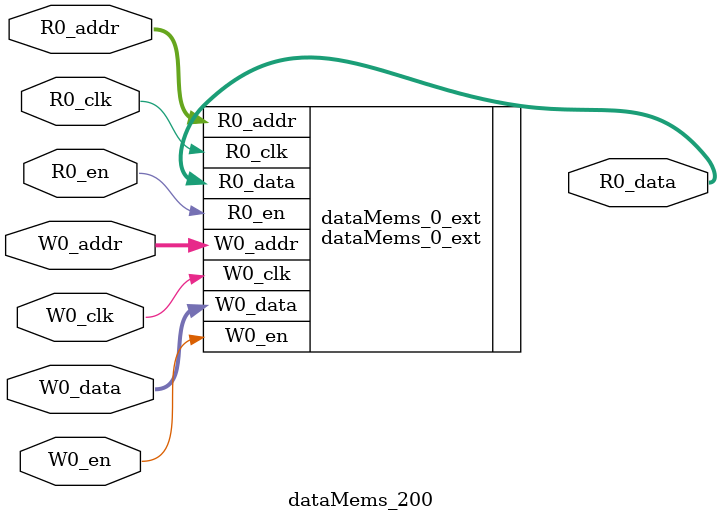
<source format=sv>
`ifndef RANDOMIZE
  `ifdef RANDOMIZE_REG_INIT
    `define RANDOMIZE
  `endif // RANDOMIZE_REG_INIT
`endif // not def RANDOMIZE
`ifndef RANDOMIZE
  `ifdef RANDOMIZE_MEM_INIT
    `define RANDOMIZE
  `endif // RANDOMIZE_MEM_INIT
`endif // not def RANDOMIZE

`ifndef RANDOM
  `define RANDOM $random
`endif // not def RANDOM

// Users can define 'PRINTF_COND' to add an extra gate to prints.
`ifndef PRINTF_COND_
  `ifdef PRINTF_COND
    `define PRINTF_COND_ (`PRINTF_COND)
  `else  // PRINTF_COND
    `define PRINTF_COND_ 1
  `endif // PRINTF_COND
`endif // not def PRINTF_COND_

// Users can define 'ASSERT_VERBOSE_COND' to add an extra gate to assert error printing.
`ifndef ASSERT_VERBOSE_COND_
  `ifdef ASSERT_VERBOSE_COND
    `define ASSERT_VERBOSE_COND_ (`ASSERT_VERBOSE_COND)
  `else  // ASSERT_VERBOSE_COND
    `define ASSERT_VERBOSE_COND_ 1
  `endif // ASSERT_VERBOSE_COND
`endif // not def ASSERT_VERBOSE_COND_

// Users can define 'STOP_COND' to add an extra gate to stop conditions.
`ifndef STOP_COND_
  `ifdef STOP_COND
    `define STOP_COND_ (`STOP_COND)
  `else  // STOP_COND
    `define STOP_COND_ 1
  `endif // STOP_COND
`endif // not def STOP_COND_

// Users can define INIT_RANDOM as general code that gets injected into the
// initializer block for modules with registers.
`ifndef INIT_RANDOM
  `define INIT_RANDOM
`endif // not def INIT_RANDOM

// If using random initialization, you can also define RANDOMIZE_DELAY to
// customize the delay used, otherwise 0.002 is used.
`ifndef RANDOMIZE_DELAY
  `define RANDOMIZE_DELAY 0.002
`endif // not def RANDOMIZE_DELAY

// Define INIT_RANDOM_PROLOG_ for use in our modules below.
`ifndef INIT_RANDOM_PROLOG_
  `ifdef RANDOMIZE
    `ifdef VERILATOR
      `define INIT_RANDOM_PROLOG_ `INIT_RANDOM
    `else  // VERILATOR
      `define INIT_RANDOM_PROLOG_ `INIT_RANDOM #`RANDOMIZE_DELAY begin end
    `endif // VERILATOR
  `else  // RANDOMIZE
    `define INIT_RANDOM_PROLOG_
  `endif // RANDOMIZE
`endif // not def INIT_RANDOM_PROLOG_

// Include register initializers in init blocks unless synthesis is set
`ifndef SYNTHESIS
  `ifndef ENABLE_INITIAL_REG_
    `define ENABLE_INITIAL_REG_
  `endif // not def ENABLE_INITIAL_REG_
`endif // not def SYNTHESIS

// Include rmemory initializers in init blocks unless synthesis is set
`ifndef SYNTHESIS
  `ifndef ENABLE_INITIAL_MEM_
    `define ENABLE_INITIAL_MEM_
  `endif // not def ENABLE_INITIAL_MEM_
`endif // not def SYNTHESIS

module dataMems_200(	// @[generators/ara/src/main/scala/UnsafeAXI4ToTL.scala:365:62]
  input  [4:0]  R0_addr,
  input         R0_en,
  input         R0_clk,
  output [66:0] R0_data,
  input  [4:0]  W0_addr,
  input         W0_en,
  input         W0_clk,
  input  [66:0] W0_data
);

  dataMems_0_ext dataMems_0_ext (	// @[generators/ara/src/main/scala/UnsafeAXI4ToTL.scala:365:62]
    .R0_addr (R0_addr),
    .R0_en   (R0_en),
    .R0_clk  (R0_clk),
    .R0_data (R0_data),
    .W0_addr (W0_addr),
    .W0_en   (W0_en),
    .W0_clk  (W0_clk),
    .W0_data (W0_data)
  );
endmodule


</source>
